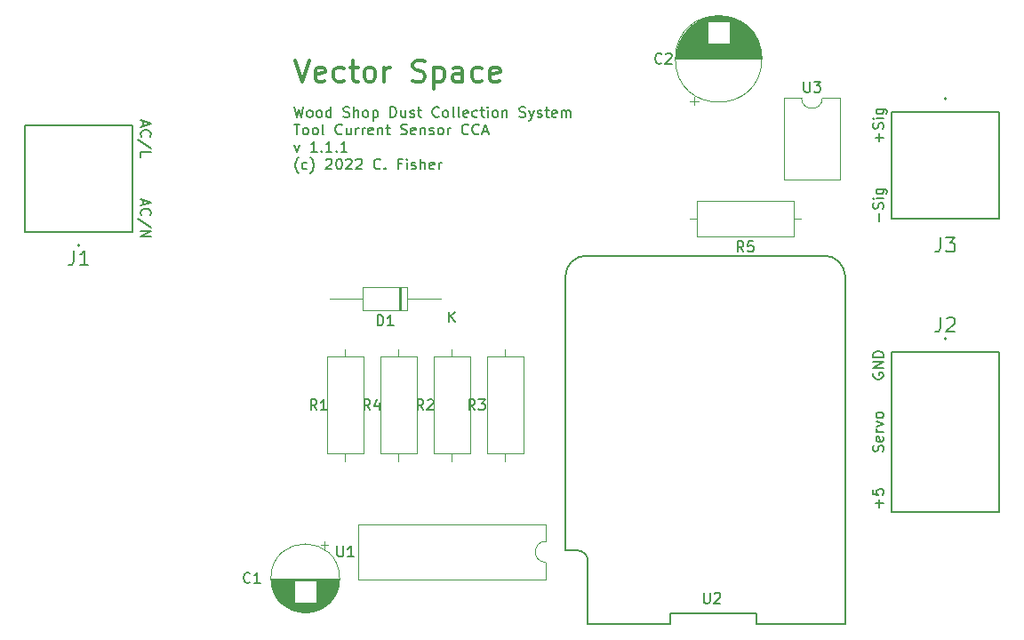
<source format=gbr>
%TF.GenerationSoftware,KiCad,Pcbnew,(5.1.10)-1*%
%TF.CreationDate,2022-05-21T15:35:01-04:00*%
%TF.ProjectId,Tool_Sensor,546f6f6c-5f53-4656-9e73-6f722e6b6963,rev?*%
%TF.SameCoordinates,Original*%
%TF.FileFunction,Legend,Top*%
%TF.FilePolarity,Positive*%
%FSLAX46Y46*%
G04 Gerber Fmt 4.6, Leading zero omitted, Abs format (unit mm)*
G04 Created by KiCad (PCBNEW (5.1.10)-1) date 2022-05-21 15:35:01*
%MOMM*%
%LPD*%
G01*
G04 APERTURE LIST*
%ADD10C,0.304800*%
%ADD11C,0.150000*%
%ADD12C,0.127000*%
%ADD13C,0.200000*%
%ADD14C,0.120000*%
G04 APERTURE END LIST*
D10*
X112050285Y-83977238D02*
X112727619Y-86009238D01*
X113404952Y-83977238D01*
X114856380Y-85912476D02*
X114662857Y-86009238D01*
X114275809Y-86009238D01*
X114082285Y-85912476D01*
X113985523Y-85718952D01*
X113985523Y-84944857D01*
X114082285Y-84751333D01*
X114275809Y-84654571D01*
X114662857Y-84654571D01*
X114856380Y-84751333D01*
X114953142Y-84944857D01*
X114953142Y-85138380D01*
X113985523Y-85331904D01*
X116694857Y-85912476D02*
X116501333Y-86009238D01*
X116114285Y-86009238D01*
X115920761Y-85912476D01*
X115824000Y-85815714D01*
X115727238Y-85622190D01*
X115727238Y-85041619D01*
X115824000Y-84848095D01*
X115920761Y-84751333D01*
X116114285Y-84654571D01*
X116501333Y-84654571D01*
X116694857Y-84751333D01*
X117275428Y-84654571D02*
X118049523Y-84654571D01*
X117565714Y-83977238D02*
X117565714Y-85718952D01*
X117662476Y-85912476D01*
X117856000Y-86009238D01*
X118049523Y-86009238D01*
X119017142Y-86009238D02*
X118823619Y-85912476D01*
X118726857Y-85815714D01*
X118630095Y-85622190D01*
X118630095Y-85041619D01*
X118726857Y-84848095D01*
X118823619Y-84751333D01*
X119017142Y-84654571D01*
X119307428Y-84654571D01*
X119500952Y-84751333D01*
X119597714Y-84848095D01*
X119694476Y-85041619D01*
X119694476Y-85622190D01*
X119597714Y-85815714D01*
X119500952Y-85912476D01*
X119307428Y-86009238D01*
X119017142Y-86009238D01*
X120565333Y-86009238D02*
X120565333Y-84654571D01*
X120565333Y-85041619D02*
X120662095Y-84848095D01*
X120758857Y-84751333D01*
X120952380Y-84654571D01*
X121145904Y-84654571D01*
X123274666Y-85912476D02*
X123564952Y-86009238D01*
X124048761Y-86009238D01*
X124242285Y-85912476D01*
X124339047Y-85815714D01*
X124435809Y-85622190D01*
X124435809Y-85428666D01*
X124339047Y-85235142D01*
X124242285Y-85138380D01*
X124048761Y-85041619D01*
X123661714Y-84944857D01*
X123468190Y-84848095D01*
X123371428Y-84751333D01*
X123274666Y-84557809D01*
X123274666Y-84364285D01*
X123371428Y-84170761D01*
X123468190Y-84074000D01*
X123661714Y-83977238D01*
X124145523Y-83977238D01*
X124435809Y-84074000D01*
X125306666Y-84654571D02*
X125306666Y-86686571D01*
X125306666Y-84751333D02*
X125500190Y-84654571D01*
X125887238Y-84654571D01*
X126080761Y-84751333D01*
X126177523Y-84848095D01*
X126274285Y-85041619D01*
X126274285Y-85622190D01*
X126177523Y-85815714D01*
X126080761Y-85912476D01*
X125887238Y-86009238D01*
X125500190Y-86009238D01*
X125306666Y-85912476D01*
X128016000Y-86009238D02*
X128016000Y-84944857D01*
X127919238Y-84751333D01*
X127725714Y-84654571D01*
X127338666Y-84654571D01*
X127145142Y-84751333D01*
X128016000Y-85912476D02*
X127822476Y-86009238D01*
X127338666Y-86009238D01*
X127145142Y-85912476D01*
X127048380Y-85718952D01*
X127048380Y-85525428D01*
X127145142Y-85331904D01*
X127338666Y-85235142D01*
X127822476Y-85235142D01*
X128016000Y-85138380D01*
X129854476Y-85912476D02*
X129660952Y-86009238D01*
X129273904Y-86009238D01*
X129080380Y-85912476D01*
X128983619Y-85815714D01*
X128886857Y-85622190D01*
X128886857Y-85041619D01*
X128983619Y-84848095D01*
X129080380Y-84751333D01*
X129273904Y-84654571D01*
X129660952Y-84654571D01*
X129854476Y-84751333D01*
X131499428Y-85912476D02*
X131305904Y-86009238D01*
X130918857Y-86009238D01*
X130725333Y-85912476D01*
X130628571Y-85718952D01*
X130628571Y-84944857D01*
X130725333Y-84751333D01*
X130918857Y-84654571D01*
X131305904Y-84654571D01*
X131499428Y-84751333D01*
X131596190Y-84944857D01*
X131596190Y-85138380D01*
X130628571Y-85331904D01*
D11*
X112000357Y-88417380D02*
X112238452Y-89417380D01*
X112428928Y-88703095D01*
X112619404Y-89417380D01*
X112857500Y-88417380D01*
X113381309Y-89417380D02*
X113286071Y-89369761D01*
X113238452Y-89322142D01*
X113190833Y-89226904D01*
X113190833Y-88941190D01*
X113238452Y-88845952D01*
X113286071Y-88798333D01*
X113381309Y-88750714D01*
X113524166Y-88750714D01*
X113619404Y-88798333D01*
X113667023Y-88845952D01*
X113714642Y-88941190D01*
X113714642Y-89226904D01*
X113667023Y-89322142D01*
X113619404Y-89369761D01*
X113524166Y-89417380D01*
X113381309Y-89417380D01*
X114286071Y-89417380D02*
X114190833Y-89369761D01*
X114143214Y-89322142D01*
X114095595Y-89226904D01*
X114095595Y-88941190D01*
X114143214Y-88845952D01*
X114190833Y-88798333D01*
X114286071Y-88750714D01*
X114428928Y-88750714D01*
X114524166Y-88798333D01*
X114571785Y-88845952D01*
X114619404Y-88941190D01*
X114619404Y-89226904D01*
X114571785Y-89322142D01*
X114524166Y-89369761D01*
X114428928Y-89417380D01*
X114286071Y-89417380D01*
X115476547Y-89417380D02*
X115476547Y-88417380D01*
X115476547Y-89369761D02*
X115381309Y-89417380D01*
X115190833Y-89417380D01*
X115095595Y-89369761D01*
X115047976Y-89322142D01*
X115000357Y-89226904D01*
X115000357Y-88941190D01*
X115047976Y-88845952D01*
X115095595Y-88798333D01*
X115190833Y-88750714D01*
X115381309Y-88750714D01*
X115476547Y-88798333D01*
X116667023Y-89369761D02*
X116809880Y-89417380D01*
X117047976Y-89417380D01*
X117143214Y-89369761D01*
X117190833Y-89322142D01*
X117238452Y-89226904D01*
X117238452Y-89131666D01*
X117190833Y-89036428D01*
X117143214Y-88988809D01*
X117047976Y-88941190D01*
X116857500Y-88893571D01*
X116762261Y-88845952D01*
X116714642Y-88798333D01*
X116667023Y-88703095D01*
X116667023Y-88607857D01*
X116714642Y-88512619D01*
X116762261Y-88465000D01*
X116857500Y-88417380D01*
X117095595Y-88417380D01*
X117238452Y-88465000D01*
X117667023Y-89417380D02*
X117667023Y-88417380D01*
X118095595Y-89417380D02*
X118095595Y-88893571D01*
X118047976Y-88798333D01*
X117952738Y-88750714D01*
X117809880Y-88750714D01*
X117714642Y-88798333D01*
X117667023Y-88845952D01*
X118714642Y-89417380D02*
X118619404Y-89369761D01*
X118571785Y-89322142D01*
X118524166Y-89226904D01*
X118524166Y-88941190D01*
X118571785Y-88845952D01*
X118619404Y-88798333D01*
X118714642Y-88750714D01*
X118857500Y-88750714D01*
X118952738Y-88798333D01*
X119000357Y-88845952D01*
X119047976Y-88941190D01*
X119047976Y-89226904D01*
X119000357Y-89322142D01*
X118952738Y-89369761D01*
X118857500Y-89417380D01*
X118714642Y-89417380D01*
X119476547Y-88750714D02*
X119476547Y-89750714D01*
X119476547Y-88798333D02*
X119571785Y-88750714D01*
X119762261Y-88750714D01*
X119857500Y-88798333D01*
X119905119Y-88845952D01*
X119952738Y-88941190D01*
X119952738Y-89226904D01*
X119905119Y-89322142D01*
X119857500Y-89369761D01*
X119762261Y-89417380D01*
X119571785Y-89417380D01*
X119476547Y-89369761D01*
X121143214Y-89417380D02*
X121143214Y-88417380D01*
X121381309Y-88417380D01*
X121524166Y-88465000D01*
X121619404Y-88560238D01*
X121667023Y-88655476D01*
X121714642Y-88845952D01*
X121714642Y-88988809D01*
X121667023Y-89179285D01*
X121619404Y-89274523D01*
X121524166Y-89369761D01*
X121381309Y-89417380D01*
X121143214Y-89417380D01*
X122571785Y-88750714D02*
X122571785Y-89417380D01*
X122143214Y-88750714D02*
X122143214Y-89274523D01*
X122190833Y-89369761D01*
X122286071Y-89417380D01*
X122428928Y-89417380D01*
X122524166Y-89369761D01*
X122571785Y-89322142D01*
X123000357Y-89369761D02*
X123095595Y-89417380D01*
X123286071Y-89417380D01*
X123381309Y-89369761D01*
X123428928Y-89274523D01*
X123428928Y-89226904D01*
X123381309Y-89131666D01*
X123286071Y-89084047D01*
X123143214Y-89084047D01*
X123047976Y-89036428D01*
X123000357Y-88941190D01*
X123000357Y-88893571D01*
X123047976Y-88798333D01*
X123143214Y-88750714D01*
X123286071Y-88750714D01*
X123381309Y-88798333D01*
X123714642Y-88750714D02*
X124095595Y-88750714D01*
X123857500Y-88417380D02*
X123857500Y-89274523D01*
X123905119Y-89369761D01*
X124000357Y-89417380D01*
X124095595Y-89417380D01*
X125762261Y-89322142D02*
X125714642Y-89369761D01*
X125571785Y-89417380D01*
X125476547Y-89417380D01*
X125333690Y-89369761D01*
X125238452Y-89274523D01*
X125190833Y-89179285D01*
X125143214Y-88988809D01*
X125143214Y-88845952D01*
X125190833Y-88655476D01*
X125238452Y-88560238D01*
X125333690Y-88465000D01*
X125476547Y-88417380D01*
X125571785Y-88417380D01*
X125714642Y-88465000D01*
X125762261Y-88512619D01*
X126333690Y-89417380D02*
X126238452Y-89369761D01*
X126190833Y-89322142D01*
X126143214Y-89226904D01*
X126143214Y-88941190D01*
X126190833Y-88845952D01*
X126238452Y-88798333D01*
X126333690Y-88750714D01*
X126476547Y-88750714D01*
X126571785Y-88798333D01*
X126619404Y-88845952D01*
X126667023Y-88941190D01*
X126667023Y-89226904D01*
X126619404Y-89322142D01*
X126571785Y-89369761D01*
X126476547Y-89417380D01*
X126333690Y-89417380D01*
X127238452Y-89417380D02*
X127143214Y-89369761D01*
X127095595Y-89274523D01*
X127095595Y-88417380D01*
X127762261Y-89417380D02*
X127667023Y-89369761D01*
X127619404Y-89274523D01*
X127619404Y-88417380D01*
X128524166Y-89369761D02*
X128428928Y-89417380D01*
X128238452Y-89417380D01*
X128143214Y-89369761D01*
X128095595Y-89274523D01*
X128095595Y-88893571D01*
X128143214Y-88798333D01*
X128238452Y-88750714D01*
X128428928Y-88750714D01*
X128524166Y-88798333D01*
X128571785Y-88893571D01*
X128571785Y-88988809D01*
X128095595Y-89084047D01*
X129428928Y-89369761D02*
X129333690Y-89417380D01*
X129143214Y-89417380D01*
X129047976Y-89369761D01*
X129000357Y-89322142D01*
X128952738Y-89226904D01*
X128952738Y-88941190D01*
X129000357Y-88845952D01*
X129047976Y-88798333D01*
X129143214Y-88750714D01*
X129333690Y-88750714D01*
X129428928Y-88798333D01*
X129714642Y-88750714D02*
X130095595Y-88750714D01*
X129857500Y-88417380D02*
X129857500Y-89274523D01*
X129905119Y-89369761D01*
X130000357Y-89417380D01*
X130095595Y-89417380D01*
X130428928Y-89417380D02*
X130428928Y-88750714D01*
X130428928Y-88417380D02*
X130381309Y-88465000D01*
X130428928Y-88512619D01*
X130476547Y-88465000D01*
X130428928Y-88417380D01*
X130428928Y-88512619D01*
X131047976Y-89417380D02*
X130952738Y-89369761D01*
X130905119Y-89322142D01*
X130857500Y-89226904D01*
X130857500Y-88941190D01*
X130905119Y-88845952D01*
X130952738Y-88798333D01*
X131047976Y-88750714D01*
X131190833Y-88750714D01*
X131286071Y-88798333D01*
X131333690Y-88845952D01*
X131381309Y-88941190D01*
X131381309Y-89226904D01*
X131333690Y-89322142D01*
X131286071Y-89369761D01*
X131190833Y-89417380D01*
X131047976Y-89417380D01*
X131809880Y-88750714D02*
X131809880Y-89417380D01*
X131809880Y-88845952D02*
X131857500Y-88798333D01*
X131952738Y-88750714D01*
X132095595Y-88750714D01*
X132190833Y-88798333D01*
X132238452Y-88893571D01*
X132238452Y-89417380D01*
X133428928Y-89369761D02*
X133571785Y-89417380D01*
X133809880Y-89417380D01*
X133905119Y-89369761D01*
X133952738Y-89322142D01*
X134000357Y-89226904D01*
X134000357Y-89131666D01*
X133952738Y-89036428D01*
X133905119Y-88988809D01*
X133809880Y-88941190D01*
X133619404Y-88893571D01*
X133524166Y-88845952D01*
X133476547Y-88798333D01*
X133428928Y-88703095D01*
X133428928Y-88607857D01*
X133476547Y-88512619D01*
X133524166Y-88465000D01*
X133619404Y-88417380D01*
X133857500Y-88417380D01*
X134000357Y-88465000D01*
X134333690Y-88750714D02*
X134571785Y-89417380D01*
X134809880Y-88750714D02*
X134571785Y-89417380D01*
X134476547Y-89655476D01*
X134428928Y-89703095D01*
X134333690Y-89750714D01*
X135143214Y-89369761D02*
X135238452Y-89417380D01*
X135428928Y-89417380D01*
X135524166Y-89369761D01*
X135571785Y-89274523D01*
X135571785Y-89226904D01*
X135524166Y-89131666D01*
X135428928Y-89084047D01*
X135286071Y-89084047D01*
X135190833Y-89036428D01*
X135143214Y-88941190D01*
X135143214Y-88893571D01*
X135190833Y-88798333D01*
X135286071Y-88750714D01*
X135428928Y-88750714D01*
X135524166Y-88798333D01*
X135857500Y-88750714D02*
X136238452Y-88750714D01*
X136000357Y-88417380D02*
X136000357Y-89274523D01*
X136047976Y-89369761D01*
X136143214Y-89417380D01*
X136238452Y-89417380D01*
X136952738Y-89369761D02*
X136857500Y-89417380D01*
X136667023Y-89417380D01*
X136571785Y-89369761D01*
X136524166Y-89274523D01*
X136524166Y-88893571D01*
X136571785Y-88798333D01*
X136667023Y-88750714D01*
X136857500Y-88750714D01*
X136952738Y-88798333D01*
X137000357Y-88893571D01*
X137000357Y-88988809D01*
X136524166Y-89084047D01*
X137428928Y-89417380D02*
X137428928Y-88750714D01*
X137428928Y-88845952D02*
X137476547Y-88798333D01*
X137571785Y-88750714D01*
X137714642Y-88750714D01*
X137809880Y-88798333D01*
X137857500Y-88893571D01*
X137857500Y-89417380D01*
X137857500Y-88893571D02*
X137905119Y-88798333D01*
X138000357Y-88750714D01*
X138143214Y-88750714D01*
X138238452Y-88798333D01*
X138286071Y-88893571D01*
X138286071Y-89417380D01*
X111952738Y-90067380D02*
X112524166Y-90067380D01*
X112238452Y-91067380D02*
X112238452Y-90067380D01*
X113000357Y-91067380D02*
X112905119Y-91019761D01*
X112857500Y-90972142D01*
X112809880Y-90876904D01*
X112809880Y-90591190D01*
X112857500Y-90495952D01*
X112905119Y-90448333D01*
X113000357Y-90400714D01*
X113143214Y-90400714D01*
X113238452Y-90448333D01*
X113286071Y-90495952D01*
X113333690Y-90591190D01*
X113333690Y-90876904D01*
X113286071Y-90972142D01*
X113238452Y-91019761D01*
X113143214Y-91067380D01*
X113000357Y-91067380D01*
X113905119Y-91067380D02*
X113809880Y-91019761D01*
X113762261Y-90972142D01*
X113714642Y-90876904D01*
X113714642Y-90591190D01*
X113762261Y-90495952D01*
X113809880Y-90448333D01*
X113905119Y-90400714D01*
X114047976Y-90400714D01*
X114143214Y-90448333D01*
X114190833Y-90495952D01*
X114238452Y-90591190D01*
X114238452Y-90876904D01*
X114190833Y-90972142D01*
X114143214Y-91019761D01*
X114047976Y-91067380D01*
X113905119Y-91067380D01*
X114809880Y-91067380D02*
X114714642Y-91019761D01*
X114667023Y-90924523D01*
X114667023Y-90067380D01*
X116524166Y-90972142D02*
X116476547Y-91019761D01*
X116333690Y-91067380D01*
X116238452Y-91067380D01*
X116095595Y-91019761D01*
X116000357Y-90924523D01*
X115952738Y-90829285D01*
X115905119Y-90638809D01*
X115905119Y-90495952D01*
X115952738Y-90305476D01*
X116000357Y-90210238D01*
X116095595Y-90115000D01*
X116238452Y-90067380D01*
X116333690Y-90067380D01*
X116476547Y-90115000D01*
X116524166Y-90162619D01*
X117381309Y-90400714D02*
X117381309Y-91067380D01*
X116952738Y-90400714D02*
X116952738Y-90924523D01*
X117000357Y-91019761D01*
X117095595Y-91067380D01*
X117238452Y-91067380D01*
X117333690Y-91019761D01*
X117381309Y-90972142D01*
X117857500Y-91067380D02*
X117857500Y-90400714D01*
X117857500Y-90591190D02*
X117905119Y-90495952D01*
X117952738Y-90448333D01*
X118047976Y-90400714D01*
X118143214Y-90400714D01*
X118476547Y-91067380D02*
X118476547Y-90400714D01*
X118476547Y-90591190D02*
X118524166Y-90495952D01*
X118571785Y-90448333D01*
X118667023Y-90400714D01*
X118762261Y-90400714D01*
X119476547Y-91019761D02*
X119381309Y-91067380D01*
X119190833Y-91067380D01*
X119095595Y-91019761D01*
X119047976Y-90924523D01*
X119047976Y-90543571D01*
X119095595Y-90448333D01*
X119190833Y-90400714D01*
X119381309Y-90400714D01*
X119476547Y-90448333D01*
X119524166Y-90543571D01*
X119524166Y-90638809D01*
X119047976Y-90734047D01*
X119952738Y-90400714D02*
X119952738Y-91067380D01*
X119952738Y-90495952D02*
X120000357Y-90448333D01*
X120095595Y-90400714D01*
X120238452Y-90400714D01*
X120333690Y-90448333D01*
X120381309Y-90543571D01*
X120381309Y-91067380D01*
X120714642Y-90400714D02*
X121095595Y-90400714D01*
X120857500Y-90067380D02*
X120857500Y-90924523D01*
X120905119Y-91019761D01*
X121000357Y-91067380D01*
X121095595Y-91067380D01*
X122143214Y-91019761D02*
X122286071Y-91067380D01*
X122524166Y-91067380D01*
X122619404Y-91019761D01*
X122667023Y-90972142D01*
X122714642Y-90876904D01*
X122714642Y-90781666D01*
X122667023Y-90686428D01*
X122619404Y-90638809D01*
X122524166Y-90591190D01*
X122333690Y-90543571D01*
X122238452Y-90495952D01*
X122190833Y-90448333D01*
X122143214Y-90353095D01*
X122143214Y-90257857D01*
X122190833Y-90162619D01*
X122238452Y-90115000D01*
X122333690Y-90067380D01*
X122571785Y-90067380D01*
X122714642Y-90115000D01*
X123524166Y-91019761D02*
X123428928Y-91067380D01*
X123238452Y-91067380D01*
X123143214Y-91019761D01*
X123095595Y-90924523D01*
X123095595Y-90543571D01*
X123143214Y-90448333D01*
X123238452Y-90400714D01*
X123428928Y-90400714D01*
X123524166Y-90448333D01*
X123571785Y-90543571D01*
X123571785Y-90638809D01*
X123095595Y-90734047D01*
X124000357Y-90400714D02*
X124000357Y-91067380D01*
X124000357Y-90495952D02*
X124047976Y-90448333D01*
X124143214Y-90400714D01*
X124286071Y-90400714D01*
X124381309Y-90448333D01*
X124428928Y-90543571D01*
X124428928Y-91067380D01*
X124857500Y-91019761D02*
X124952738Y-91067380D01*
X125143214Y-91067380D01*
X125238452Y-91019761D01*
X125286071Y-90924523D01*
X125286071Y-90876904D01*
X125238452Y-90781666D01*
X125143214Y-90734047D01*
X125000357Y-90734047D01*
X124905119Y-90686428D01*
X124857500Y-90591190D01*
X124857500Y-90543571D01*
X124905119Y-90448333D01*
X125000357Y-90400714D01*
X125143214Y-90400714D01*
X125238452Y-90448333D01*
X125857500Y-91067380D02*
X125762261Y-91019761D01*
X125714642Y-90972142D01*
X125667023Y-90876904D01*
X125667023Y-90591190D01*
X125714642Y-90495952D01*
X125762261Y-90448333D01*
X125857500Y-90400714D01*
X126000357Y-90400714D01*
X126095595Y-90448333D01*
X126143214Y-90495952D01*
X126190833Y-90591190D01*
X126190833Y-90876904D01*
X126143214Y-90972142D01*
X126095595Y-91019761D01*
X126000357Y-91067380D01*
X125857500Y-91067380D01*
X126619404Y-91067380D02*
X126619404Y-90400714D01*
X126619404Y-90591190D02*
X126667023Y-90495952D01*
X126714642Y-90448333D01*
X126809880Y-90400714D01*
X126905119Y-90400714D01*
X128571785Y-90972142D02*
X128524166Y-91019761D01*
X128381309Y-91067380D01*
X128286071Y-91067380D01*
X128143214Y-91019761D01*
X128047976Y-90924523D01*
X128000357Y-90829285D01*
X127952738Y-90638809D01*
X127952738Y-90495952D01*
X128000357Y-90305476D01*
X128047976Y-90210238D01*
X128143214Y-90115000D01*
X128286071Y-90067380D01*
X128381309Y-90067380D01*
X128524166Y-90115000D01*
X128571785Y-90162619D01*
X129571785Y-90972142D02*
X129524166Y-91019761D01*
X129381309Y-91067380D01*
X129286071Y-91067380D01*
X129143214Y-91019761D01*
X129047976Y-90924523D01*
X129000357Y-90829285D01*
X128952738Y-90638809D01*
X128952738Y-90495952D01*
X129000357Y-90305476D01*
X129047976Y-90210238D01*
X129143214Y-90115000D01*
X129286071Y-90067380D01*
X129381309Y-90067380D01*
X129524166Y-90115000D01*
X129571785Y-90162619D01*
X129952738Y-90781666D02*
X130428928Y-90781666D01*
X129857500Y-91067380D02*
X130190833Y-90067380D01*
X130524166Y-91067380D01*
X112000357Y-92050714D02*
X112238452Y-92717380D01*
X112476547Y-92050714D01*
X114143214Y-92717380D02*
X113571785Y-92717380D01*
X113857500Y-92717380D02*
X113857500Y-91717380D01*
X113762261Y-91860238D01*
X113667023Y-91955476D01*
X113571785Y-92003095D01*
X114571785Y-92622142D02*
X114619404Y-92669761D01*
X114571785Y-92717380D01*
X114524166Y-92669761D01*
X114571785Y-92622142D01*
X114571785Y-92717380D01*
X115571785Y-92717380D02*
X115000357Y-92717380D01*
X115286071Y-92717380D02*
X115286071Y-91717380D01*
X115190833Y-91860238D01*
X115095595Y-91955476D01*
X115000357Y-92003095D01*
X116000357Y-92622142D02*
X116047976Y-92669761D01*
X116000357Y-92717380D01*
X115952738Y-92669761D01*
X116000357Y-92622142D01*
X116000357Y-92717380D01*
X117000357Y-92717380D02*
X116428928Y-92717380D01*
X116714642Y-92717380D02*
X116714642Y-91717380D01*
X116619404Y-91860238D01*
X116524166Y-91955476D01*
X116428928Y-92003095D01*
X112381309Y-94748333D02*
X112333690Y-94700714D01*
X112238452Y-94557857D01*
X112190833Y-94462619D01*
X112143214Y-94319761D01*
X112095595Y-94081666D01*
X112095595Y-93891190D01*
X112143214Y-93653095D01*
X112190833Y-93510238D01*
X112238452Y-93415000D01*
X112333690Y-93272142D01*
X112381309Y-93224523D01*
X113190833Y-94319761D02*
X113095595Y-94367380D01*
X112905119Y-94367380D01*
X112809880Y-94319761D01*
X112762261Y-94272142D01*
X112714642Y-94176904D01*
X112714642Y-93891190D01*
X112762261Y-93795952D01*
X112809880Y-93748333D01*
X112905119Y-93700714D01*
X113095595Y-93700714D01*
X113190833Y-93748333D01*
X113524166Y-94748333D02*
X113571785Y-94700714D01*
X113667023Y-94557857D01*
X113714642Y-94462619D01*
X113762261Y-94319761D01*
X113809880Y-94081666D01*
X113809880Y-93891190D01*
X113762261Y-93653095D01*
X113714642Y-93510238D01*
X113667023Y-93415000D01*
X113571785Y-93272142D01*
X113524166Y-93224523D01*
X115000357Y-93462619D02*
X115047976Y-93415000D01*
X115143214Y-93367380D01*
X115381309Y-93367380D01*
X115476547Y-93415000D01*
X115524166Y-93462619D01*
X115571785Y-93557857D01*
X115571785Y-93653095D01*
X115524166Y-93795952D01*
X114952738Y-94367380D01*
X115571785Y-94367380D01*
X116190833Y-93367380D02*
X116286071Y-93367380D01*
X116381309Y-93415000D01*
X116428928Y-93462619D01*
X116476547Y-93557857D01*
X116524166Y-93748333D01*
X116524166Y-93986428D01*
X116476547Y-94176904D01*
X116428928Y-94272142D01*
X116381309Y-94319761D01*
X116286071Y-94367380D01*
X116190833Y-94367380D01*
X116095595Y-94319761D01*
X116047976Y-94272142D01*
X116000357Y-94176904D01*
X115952738Y-93986428D01*
X115952738Y-93748333D01*
X116000357Y-93557857D01*
X116047976Y-93462619D01*
X116095595Y-93415000D01*
X116190833Y-93367380D01*
X116905119Y-93462619D02*
X116952738Y-93415000D01*
X117047976Y-93367380D01*
X117286071Y-93367380D01*
X117381309Y-93415000D01*
X117428928Y-93462619D01*
X117476547Y-93557857D01*
X117476547Y-93653095D01*
X117428928Y-93795952D01*
X116857500Y-94367380D01*
X117476547Y-94367380D01*
X117857500Y-93462619D02*
X117905119Y-93415000D01*
X118000357Y-93367380D01*
X118238452Y-93367380D01*
X118333690Y-93415000D01*
X118381309Y-93462619D01*
X118428928Y-93557857D01*
X118428928Y-93653095D01*
X118381309Y-93795952D01*
X117809880Y-94367380D01*
X118428928Y-94367380D01*
X120190833Y-94272142D02*
X120143214Y-94319761D01*
X120000357Y-94367380D01*
X119905119Y-94367380D01*
X119762261Y-94319761D01*
X119667023Y-94224523D01*
X119619404Y-94129285D01*
X119571785Y-93938809D01*
X119571785Y-93795952D01*
X119619404Y-93605476D01*
X119667023Y-93510238D01*
X119762261Y-93415000D01*
X119905119Y-93367380D01*
X120000357Y-93367380D01*
X120143214Y-93415000D01*
X120190833Y-93462619D01*
X120619404Y-94272142D02*
X120667023Y-94319761D01*
X120619404Y-94367380D01*
X120571785Y-94319761D01*
X120619404Y-94272142D01*
X120619404Y-94367380D01*
X122190833Y-93843571D02*
X121857500Y-93843571D01*
X121857500Y-94367380D02*
X121857500Y-93367380D01*
X122333690Y-93367380D01*
X122714642Y-94367380D02*
X122714642Y-93700714D01*
X122714642Y-93367380D02*
X122667023Y-93415000D01*
X122714642Y-93462619D01*
X122762261Y-93415000D01*
X122714642Y-93367380D01*
X122714642Y-93462619D01*
X123143214Y-94319761D02*
X123238452Y-94367380D01*
X123428928Y-94367380D01*
X123524166Y-94319761D01*
X123571785Y-94224523D01*
X123571785Y-94176904D01*
X123524166Y-94081666D01*
X123428928Y-94034047D01*
X123286071Y-94034047D01*
X123190833Y-93986428D01*
X123143214Y-93891190D01*
X123143214Y-93843571D01*
X123190833Y-93748333D01*
X123286071Y-93700714D01*
X123428928Y-93700714D01*
X123524166Y-93748333D01*
X124000357Y-94367380D02*
X124000357Y-93367380D01*
X124428928Y-94367380D02*
X124428928Y-93843571D01*
X124381309Y-93748333D01*
X124286071Y-93700714D01*
X124143214Y-93700714D01*
X124047976Y-93748333D01*
X124000357Y-93795952D01*
X125286071Y-94319761D02*
X125190833Y-94367380D01*
X125000357Y-94367380D01*
X124905119Y-94319761D01*
X124857500Y-94224523D01*
X124857500Y-93843571D01*
X124905119Y-93748333D01*
X125000357Y-93700714D01*
X125190833Y-93700714D01*
X125286071Y-93748333D01*
X125333690Y-93843571D01*
X125333690Y-93938809D01*
X124857500Y-94034047D01*
X125762261Y-94367380D02*
X125762261Y-93700714D01*
X125762261Y-93891190D02*
X125809880Y-93795952D01*
X125857500Y-93748333D01*
X125952738Y-93700714D01*
X126047976Y-93700714D01*
X97623333Y-89773333D02*
X97623333Y-90249523D01*
X97337619Y-89678095D02*
X98337619Y-90011428D01*
X97337619Y-90344761D01*
X97432857Y-91249523D02*
X97385238Y-91201904D01*
X97337619Y-91059047D01*
X97337619Y-90963809D01*
X97385238Y-90820952D01*
X97480476Y-90725714D01*
X97575714Y-90678095D01*
X97766190Y-90630476D01*
X97909047Y-90630476D01*
X98099523Y-90678095D01*
X98194761Y-90725714D01*
X98290000Y-90820952D01*
X98337619Y-90963809D01*
X98337619Y-91059047D01*
X98290000Y-91201904D01*
X98242380Y-91249523D01*
X98385238Y-92392380D02*
X97099523Y-91535238D01*
X97337619Y-93201904D02*
X97337619Y-92725714D01*
X98337619Y-92725714D01*
X97623333Y-97274285D02*
X97623333Y-97750476D01*
X97337619Y-97179047D02*
X98337619Y-97512380D01*
X97337619Y-97845714D01*
X97432857Y-98750476D02*
X97385238Y-98702857D01*
X97337619Y-98560000D01*
X97337619Y-98464761D01*
X97385238Y-98321904D01*
X97480476Y-98226666D01*
X97575714Y-98179047D01*
X97766190Y-98131428D01*
X97909047Y-98131428D01*
X98099523Y-98179047D01*
X98194761Y-98226666D01*
X98290000Y-98321904D01*
X98337619Y-98464761D01*
X98337619Y-98560000D01*
X98290000Y-98702857D01*
X98242380Y-98750476D01*
X98385238Y-99893333D02*
X97099523Y-99036190D01*
X97337619Y-100226666D02*
X98337619Y-100226666D01*
X97337619Y-100798095D01*
X98337619Y-100798095D01*
X167711428Y-91717619D02*
X167711428Y-90955714D01*
X168092380Y-91336666D02*
X167330476Y-91336666D01*
X168044761Y-90527142D02*
X168092380Y-90384285D01*
X168092380Y-90146190D01*
X168044761Y-90050952D01*
X167997142Y-90003333D01*
X167901904Y-89955714D01*
X167806666Y-89955714D01*
X167711428Y-90003333D01*
X167663809Y-90050952D01*
X167616190Y-90146190D01*
X167568571Y-90336666D01*
X167520952Y-90431904D01*
X167473333Y-90479523D01*
X167378095Y-90527142D01*
X167282857Y-90527142D01*
X167187619Y-90479523D01*
X167140000Y-90431904D01*
X167092380Y-90336666D01*
X167092380Y-90098571D01*
X167140000Y-89955714D01*
X168092380Y-89527142D02*
X167425714Y-89527142D01*
X167092380Y-89527142D02*
X167140000Y-89574761D01*
X167187619Y-89527142D01*
X167140000Y-89479523D01*
X167092380Y-89527142D01*
X167187619Y-89527142D01*
X167425714Y-88622380D02*
X168235238Y-88622380D01*
X168330476Y-88670000D01*
X168378095Y-88717619D01*
X168425714Y-88812857D01*
X168425714Y-88955714D01*
X168378095Y-89050952D01*
X168044761Y-88622380D02*
X168092380Y-88717619D01*
X168092380Y-88908095D01*
X168044761Y-89003333D01*
X167997142Y-89050952D01*
X167901904Y-89098571D01*
X167616190Y-89098571D01*
X167520952Y-89050952D01*
X167473333Y-89003333D01*
X167425714Y-88908095D01*
X167425714Y-88717619D01*
X167473333Y-88622380D01*
X167711428Y-99337619D02*
X167711428Y-98575714D01*
X168044761Y-98147142D02*
X168092380Y-98004285D01*
X168092380Y-97766190D01*
X168044761Y-97670952D01*
X167997142Y-97623333D01*
X167901904Y-97575714D01*
X167806666Y-97575714D01*
X167711428Y-97623333D01*
X167663809Y-97670952D01*
X167616190Y-97766190D01*
X167568571Y-97956666D01*
X167520952Y-98051904D01*
X167473333Y-98099523D01*
X167378095Y-98147142D01*
X167282857Y-98147142D01*
X167187619Y-98099523D01*
X167140000Y-98051904D01*
X167092380Y-97956666D01*
X167092380Y-97718571D01*
X167140000Y-97575714D01*
X168092380Y-97147142D02*
X167425714Y-97147142D01*
X167092380Y-97147142D02*
X167140000Y-97194761D01*
X167187619Y-97147142D01*
X167140000Y-97099523D01*
X167092380Y-97147142D01*
X167187619Y-97147142D01*
X167425714Y-96242380D02*
X168235238Y-96242380D01*
X168330476Y-96290000D01*
X168378095Y-96337619D01*
X168425714Y-96432857D01*
X168425714Y-96575714D01*
X168378095Y-96670952D01*
X168044761Y-96242380D02*
X168092380Y-96337619D01*
X168092380Y-96528095D01*
X168044761Y-96623333D01*
X167997142Y-96670952D01*
X167901904Y-96718571D01*
X167616190Y-96718571D01*
X167520952Y-96670952D01*
X167473333Y-96623333D01*
X167425714Y-96528095D01*
X167425714Y-96337619D01*
X167473333Y-96242380D01*
X167140000Y-113791904D02*
X167092380Y-113887142D01*
X167092380Y-114030000D01*
X167140000Y-114172857D01*
X167235238Y-114268095D01*
X167330476Y-114315714D01*
X167520952Y-114363333D01*
X167663809Y-114363333D01*
X167854285Y-114315714D01*
X167949523Y-114268095D01*
X168044761Y-114172857D01*
X168092380Y-114030000D01*
X168092380Y-113934761D01*
X168044761Y-113791904D01*
X167997142Y-113744285D01*
X167663809Y-113744285D01*
X167663809Y-113934761D01*
X168092380Y-113315714D02*
X167092380Y-113315714D01*
X168092380Y-112744285D01*
X167092380Y-112744285D01*
X168092380Y-112268095D02*
X167092380Y-112268095D01*
X167092380Y-112030000D01*
X167140000Y-111887142D01*
X167235238Y-111791904D01*
X167330476Y-111744285D01*
X167520952Y-111696666D01*
X167663809Y-111696666D01*
X167854285Y-111744285D01*
X167949523Y-111791904D01*
X168044761Y-111887142D01*
X168092380Y-112030000D01*
X168092380Y-112268095D01*
X168044761Y-121237142D02*
X168092380Y-121094285D01*
X168092380Y-120856190D01*
X168044761Y-120760952D01*
X167997142Y-120713333D01*
X167901904Y-120665714D01*
X167806666Y-120665714D01*
X167711428Y-120713333D01*
X167663809Y-120760952D01*
X167616190Y-120856190D01*
X167568571Y-121046666D01*
X167520952Y-121141904D01*
X167473333Y-121189523D01*
X167378095Y-121237142D01*
X167282857Y-121237142D01*
X167187619Y-121189523D01*
X167140000Y-121141904D01*
X167092380Y-121046666D01*
X167092380Y-120808571D01*
X167140000Y-120665714D01*
X168044761Y-119856190D02*
X168092380Y-119951428D01*
X168092380Y-120141904D01*
X168044761Y-120237142D01*
X167949523Y-120284761D01*
X167568571Y-120284761D01*
X167473333Y-120237142D01*
X167425714Y-120141904D01*
X167425714Y-119951428D01*
X167473333Y-119856190D01*
X167568571Y-119808571D01*
X167663809Y-119808571D01*
X167759047Y-120284761D01*
X168092380Y-119380000D02*
X167425714Y-119380000D01*
X167616190Y-119380000D02*
X167520952Y-119332380D01*
X167473333Y-119284761D01*
X167425714Y-119189523D01*
X167425714Y-119094285D01*
X167425714Y-118856190D02*
X168092380Y-118618095D01*
X167425714Y-118380000D01*
X168092380Y-117856190D02*
X168044761Y-117951428D01*
X167997142Y-117999047D01*
X167901904Y-118046666D01*
X167616190Y-118046666D01*
X167520952Y-117999047D01*
X167473333Y-117951428D01*
X167425714Y-117856190D01*
X167425714Y-117713333D01*
X167473333Y-117618095D01*
X167520952Y-117570476D01*
X167616190Y-117522857D01*
X167901904Y-117522857D01*
X167997142Y-117570476D01*
X168044761Y-117618095D01*
X168092380Y-117713333D01*
X168092380Y-117856190D01*
X167711428Y-126587142D02*
X167711428Y-125825238D01*
X168092380Y-126206190D02*
X167330476Y-126206190D01*
X167092380Y-124872857D02*
X167092380Y-125349047D01*
X167568571Y-125396666D01*
X167520952Y-125349047D01*
X167473333Y-125253809D01*
X167473333Y-125015714D01*
X167520952Y-124920476D01*
X167568571Y-124872857D01*
X167663809Y-124825238D01*
X167901904Y-124825238D01*
X167997142Y-124872857D01*
X168044761Y-124920476D01*
X168092380Y-125015714D01*
X168092380Y-125253809D01*
X168044761Y-125349047D01*
X167997142Y-125396666D01*
D12*
%TO.C,J1*%
X96540000Y-100330000D02*
X86340000Y-100330000D01*
X86340000Y-90170000D02*
X96540000Y-90170000D01*
X86340000Y-100330000D02*
X86340000Y-90170000D01*
X96540000Y-90170000D02*
X96540000Y-100330000D01*
D13*
X91540000Y-101600000D02*
G75*
G03*
X91540000Y-101600000I-100000J0D01*
G01*
%TO.C,J2*%
X174090000Y-110490000D02*
G75*
G03*
X174090000Y-110490000I-100000J0D01*
G01*
D12*
X168890000Y-127000000D02*
X168890000Y-111760000D01*
X179090000Y-111760000D02*
X179090000Y-127000000D01*
X179090000Y-127000000D02*
X168890000Y-127000000D01*
X168890000Y-111760000D02*
X179090000Y-111760000D01*
D13*
%TO.C,J3*%
X174090000Y-87630000D02*
G75*
G03*
X174090000Y-87630000I-100000J0D01*
G01*
D12*
X168890000Y-99060000D02*
X168890000Y-88900000D01*
X179090000Y-88900000D02*
X179090000Y-99060000D01*
X179090000Y-99060000D02*
X168890000Y-99060000D01*
X168890000Y-88900000D02*
X179090000Y-88900000D01*
D14*
%TO.C,U3*%
X163940000Y-87570000D02*
X162290000Y-87570000D01*
X163940000Y-95310000D02*
X163940000Y-87570000D01*
X158640000Y-95310000D02*
X163940000Y-95310000D01*
X158640000Y-87570000D02*
X158640000Y-95310000D01*
X160290000Y-87570000D02*
X158640000Y-87570000D01*
X162290000Y-87570000D02*
G75*
G02*
X160290000Y-87570000I-1000000J0D01*
G01*
%TO.C,C2*%
X149685000Y-87869698D02*
X150485000Y-87869698D01*
X150085000Y-88269698D02*
X150085000Y-87469698D01*
X151867000Y-79779000D02*
X152933000Y-79779000D01*
X151632000Y-79819000D02*
X153168000Y-79819000D01*
X151452000Y-79859000D02*
X153348000Y-79859000D01*
X151302000Y-79899000D02*
X153498000Y-79899000D01*
X151171000Y-79939000D02*
X153629000Y-79939000D01*
X151054000Y-79979000D02*
X153746000Y-79979000D01*
X150947000Y-80019000D02*
X153853000Y-80019000D01*
X150848000Y-80059000D02*
X153952000Y-80059000D01*
X150755000Y-80099000D02*
X154045000Y-80099000D01*
X150669000Y-80139000D02*
X154131000Y-80139000D01*
X150587000Y-80179000D02*
X154213000Y-80179000D01*
X150510000Y-80219000D02*
X154290000Y-80219000D01*
X150436000Y-80259000D02*
X154364000Y-80259000D01*
X150366000Y-80299000D02*
X154434000Y-80299000D01*
X153440000Y-80339000D02*
X154502000Y-80339000D01*
X150298000Y-80339000D02*
X151360000Y-80339000D01*
X153440000Y-80379000D02*
X154566000Y-80379000D01*
X150234000Y-80379000D02*
X151360000Y-80379000D01*
X153440000Y-80419000D02*
X154628000Y-80419000D01*
X150172000Y-80419000D02*
X151360000Y-80419000D01*
X153440000Y-80459000D02*
X154687000Y-80459000D01*
X150113000Y-80459000D02*
X151360000Y-80459000D01*
X153440000Y-80499000D02*
X154745000Y-80499000D01*
X150055000Y-80499000D02*
X151360000Y-80499000D01*
X153440000Y-80539000D02*
X154800000Y-80539000D01*
X150000000Y-80539000D02*
X151360000Y-80539000D01*
X153440000Y-80579000D02*
X154854000Y-80579000D01*
X149946000Y-80579000D02*
X151360000Y-80579000D01*
X153440000Y-80619000D02*
X154905000Y-80619000D01*
X149895000Y-80619000D02*
X151360000Y-80619000D01*
X153440000Y-80659000D02*
X154956000Y-80659000D01*
X149844000Y-80659000D02*
X151360000Y-80659000D01*
X153440000Y-80699000D02*
X155004000Y-80699000D01*
X149796000Y-80699000D02*
X151360000Y-80699000D01*
X153440000Y-80739000D02*
X155051000Y-80739000D01*
X149749000Y-80739000D02*
X151360000Y-80739000D01*
X153440000Y-80779000D02*
X155097000Y-80779000D01*
X149703000Y-80779000D02*
X151360000Y-80779000D01*
X153440000Y-80819000D02*
X155141000Y-80819000D01*
X149659000Y-80819000D02*
X151360000Y-80819000D01*
X153440000Y-80859000D02*
X155184000Y-80859000D01*
X149616000Y-80859000D02*
X151360000Y-80859000D01*
X153440000Y-80899000D02*
X155226000Y-80899000D01*
X149574000Y-80899000D02*
X151360000Y-80899000D01*
X153440000Y-80939000D02*
X155267000Y-80939000D01*
X149533000Y-80939000D02*
X151360000Y-80939000D01*
X153440000Y-80979000D02*
X155307000Y-80979000D01*
X149493000Y-80979000D02*
X151360000Y-80979000D01*
X153440000Y-81019000D02*
X155345000Y-81019000D01*
X149455000Y-81019000D02*
X151360000Y-81019000D01*
X153440000Y-81059000D02*
X155383000Y-81059000D01*
X149417000Y-81059000D02*
X151360000Y-81059000D01*
X153440000Y-81099000D02*
X155419000Y-81099000D01*
X149381000Y-81099000D02*
X151360000Y-81099000D01*
X153440000Y-81139000D02*
X155455000Y-81139000D01*
X149345000Y-81139000D02*
X151360000Y-81139000D01*
X153440000Y-81179000D02*
X155490000Y-81179000D01*
X149310000Y-81179000D02*
X151360000Y-81179000D01*
X153440000Y-81219000D02*
X155524000Y-81219000D01*
X149276000Y-81219000D02*
X151360000Y-81219000D01*
X153440000Y-81259000D02*
X155556000Y-81259000D01*
X149244000Y-81259000D02*
X151360000Y-81259000D01*
X153440000Y-81299000D02*
X155589000Y-81299000D01*
X149211000Y-81299000D02*
X151360000Y-81299000D01*
X153440000Y-81339000D02*
X155620000Y-81339000D01*
X149180000Y-81339000D02*
X151360000Y-81339000D01*
X153440000Y-81379000D02*
X155650000Y-81379000D01*
X149150000Y-81379000D02*
X151360000Y-81379000D01*
X153440000Y-81419000D02*
X155680000Y-81419000D01*
X149120000Y-81419000D02*
X151360000Y-81419000D01*
X153440000Y-81459000D02*
X155709000Y-81459000D01*
X149091000Y-81459000D02*
X151360000Y-81459000D01*
X153440000Y-81499000D02*
X155738000Y-81499000D01*
X149062000Y-81499000D02*
X151360000Y-81499000D01*
X153440000Y-81539000D02*
X155765000Y-81539000D01*
X149035000Y-81539000D02*
X151360000Y-81539000D01*
X153440000Y-81579000D02*
X155792000Y-81579000D01*
X149008000Y-81579000D02*
X151360000Y-81579000D01*
X153440000Y-81619000D02*
X155818000Y-81619000D01*
X148982000Y-81619000D02*
X151360000Y-81619000D01*
X153440000Y-81659000D02*
X155844000Y-81659000D01*
X148956000Y-81659000D02*
X151360000Y-81659000D01*
X153440000Y-81699000D02*
X155869000Y-81699000D01*
X148931000Y-81699000D02*
X151360000Y-81699000D01*
X153440000Y-81739000D02*
X155893000Y-81739000D01*
X148907000Y-81739000D02*
X151360000Y-81739000D01*
X153440000Y-81779000D02*
X155917000Y-81779000D01*
X148883000Y-81779000D02*
X151360000Y-81779000D01*
X153440000Y-81819000D02*
X155940000Y-81819000D01*
X148860000Y-81819000D02*
X151360000Y-81819000D01*
X153440000Y-81859000D02*
X155962000Y-81859000D01*
X148838000Y-81859000D02*
X151360000Y-81859000D01*
X153440000Y-81899000D02*
X155984000Y-81899000D01*
X148816000Y-81899000D02*
X151360000Y-81899000D01*
X153440000Y-81939000D02*
X156006000Y-81939000D01*
X148794000Y-81939000D02*
X151360000Y-81939000D01*
X153440000Y-81979000D02*
X156027000Y-81979000D01*
X148773000Y-81979000D02*
X151360000Y-81979000D01*
X153440000Y-82019000D02*
X156047000Y-82019000D01*
X148753000Y-82019000D02*
X151360000Y-82019000D01*
X153440000Y-82059000D02*
X156066000Y-82059000D01*
X148734000Y-82059000D02*
X151360000Y-82059000D01*
X153440000Y-82099000D02*
X156086000Y-82099000D01*
X148714000Y-82099000D02*
X151360000Y-82099000D01*
X153440000Y-82139000D02*
X156104000Y-82139000D01*
X148696000Y-82139000D02*
X151360000Y-82139000D01*
X153440000Y-82179000D02*
X156122000Y-82179000D01*
X148678000Y-82179000D02*
X151360000Y-82179000D01*
X153440000Y-82219000D02*
X156140000Y-82219000D01*
X148660000Y-82219000D02*
X151360000Y-82219000D01*
X153440000Y-82259000D02*
X156157000Y-82259000D01*
X148643000Y-82259000D02*
X151360000Y-82259000D01*
X153440000Y-82299000D02*
X156174000Y-82299000D01*
X148626000Y-82299000D02*
X151360000Y-82299000D01*
X153440000Y-82339000D02*
X156190000Y-82339000D01*
X148610000Y-82339000D02*
X151360000Y-82339000D01*
X153440000Y-82379000D02*
X156205000Y-82379000D01*
X148595000Y-82379000D02*
X151360000Y-82379000D01*
X148579000Y-82419000D02*
X156221000Y-82419000D01*
X148565000Y-82459000D02*
X156235000Y-82459000D01*
X148550000Y-82499000D02*
X156250000Y-82499000D01*
X148537000Y-82539000D02*
X156263000Y-82539000D01*
X148523000Y-82579000D02*
X156277000Y-82579000D01*
X148511000Y-82619000D02*
X156289000Y-82619000D01*
X148498000Y-82659000D02*
X156302000Y-82659000D01*
X148486000Y-82699000D02*
X156314000Y-82699000D01*
X148475000Y-82739000D02*
X156325000Y-82739000D01*
X148464000Y-82779000D02*
X156336000Y-82779000D01*
X148453000Y-82819000D02*
X156347000Y-82819000D01*
X148443000Y-82859000D02*
X156357000Y-82859000D01*
X148433000Y-82899000D02*
X156367000Y-82899000D01*
X148424000Y-82939000D02*
X156376000Y-82939000D01*
X148415000Y-82979000D02*
X156385000Y-82979000D01*
X148406000Y-83019000D02*
X156394000Y-83019000D01*
X148398000Y-83059000D02*
X156402000Y-83059000D01*
X148390000Y-83099000D02*
X156410000Y-83099000D01*
X148383000Y-83139000D02*
X156417000Y-83139000D01*
X148376000Y-83180000D02*
X156424000Y-83180000D01*
X148370000Y-83220000D02*
X156430000Y-83220000D01*
X148363000Y-83260000D02*
X156437000Y-83260000D01*
X148358000Y-83300000D02*
X156442000Y-83300000D01*
X148352000Y-83340000D02*
X156448000Y-83340000D01*
X148348000Y-83380000D02*
X156452000Y-83380000D01*
X148343000Y-83420000D02*
X156457000Y-83420000D01*
X148339000Y-83460000D02*
X156461000Y-83460000D01*
X148335000Y-83500000D02*
X156465000Y-83500000D01*
X148332000Y-83540000D02*
X156468000Y-83540000D01*
X148329000Y-83580000D02*
X156471000Y-83580000D01*
X148326000Y-83620000D02*
X156474000Y-83620000D01*
X148324000Y-83660000D02*
X156476000Y-83660000D01*
X148323000Y-83700000D02*
X156477000Y-83700000D01*
X148321000Y-83740000D02*
X156479000Y-83740000D01*
X148320000Y-83780000D02*
X156480000Y-83780000D01*
X148320000Y-83820000D02*
X156480000Y-83820000D01*
X148320000Y-83860000D02*
X156480000Y-83860000D01*
X156520000Y-83860000D02*
G75*
G03*
X156520000Y-83860000I-4120000J0D01*
G01*
D11*
%TO.C,U2*%
X137800000Y-130680000D02*
X137800000Y-130680000D01*
X138960000Y-130680000D02*
X137800000Y-130680000D01*
X139950000Y-137680000D02*
X139950000Y-131680000D01*
X156030000Y-137680000D02*
X164459999Y-137680000D01*
X156030000Y-136680000D02*
X156030000Y-137680000D01*
X147810000Y-136680000D02*
X156030000Y-136680000D01*
X147810000Y-137680000D02*
X147810000Y-136680000D01*
X139950000Y-137680000D02*
X147810000Y-137680000D01*
X137800000Y-104600000D02*
X137800000Y-130680000D01*
X162460000Y-102600000D02*
X139800000Y-102600000D01*
X164460000Y-137680000D02*
X164460000Y-104600000D01*
X139800000Y-102600000D02*
G75*
G03*
X137800000Y-104600000I0J-2000000D01*
G01*
X164460000Y-104600000D02*
G75*
G03*
X162460000Y-102600000I-2000000J0D01*
G01*
X139950000Y-131680000D02*
G75*
G03*
X138950000Y-130680000I-1000000J0D01*
G01*
D14*
%TO.C,U1*%
X135950000Y-129810000D02*
X135950000Y-128160000D01*
X135950000Y-128160000D02*
X118050000Y-128160000D01*
X118050000Y-128160000D02*
X118050000Y-133460000D01*
X118050000Y-133460000D02*
X135950000Y-133460000D01*
X135950000Y-133460000D02*
X135950000Y-131810000D01*
X135950000Y-131810000D02*
G75*
G02*
X135950000Y-129810000I0J1000000D01*
G01*
%TO.C,R5*%
X159560000Y-100780000D02*
X159560000Y-97340000D01*
X159560000Y-97340000D02*
X150320000Y-97340000D01*
X150320000Y-97340000D02*
X150320000Y-100780000D01*
X150320000Y-100780000D02*
X159560000Y-100780000D01*
X160250000Y-99060000D02*
X159560000Y-99060000D01*
X149630000Y-99060000D02*
X150320000Y-99060000D01*
%TO.C,R4*%
X123640000Y-112220000D02*
X120200000Y-112220000D01*
X120200000Y-112220000D02*
X120200000Y-121460000D01*
X120200000Y-121460000D02*
X123640000Y-121460000D01*
X123640000Y-121460000D02*
X123640000Y-112220000D01*
X121920000Y-111530000D02*
X121920000Y-112220000D01*
X121920000Y-122150000D02*
X121920000Y-121460000D01*
%TO.C,R3*%
X130360000Y-121460000D02*
X133800000Y-121460000D01*
X133800000Y-121460000D02*
X133800000Y-112220000D01*
X133800000Y-112220000D02*
X130360000Y-112220000D01*
X130360000Y-112220000D02*
X130360000Y-121460000D01*
X132080000Y-122150000D02*
X132080000Y-121460000D01*
X132080000Y-111530000D02*
X132080000Y-112220000D01*
%TO.C,R2*%
X128720000Y-112220000D02*
X125280000Y-112220000D01*
X125280000Y-112220000D02*
X125280000Y-121460000D01*
X125280000Y-121460000D02*
X128720000Y-121460000D01*
X128720000Y-121460000D02*
X128720000Y-112220000D01*
X127000000Y-111530000D02*
X127000000Y-112220000D01*
X127000000Y-122150000D02*
X127000000Y-121460000D01*
%TO.C,R1*%
X118560000Y-112220000D02*
X115120000Y-112220000D01*
X115120000Y-112220000D02*
X115120000Y-121460000D01*
X115120000Y-121460000D02*
X118560000Y-121460000D01*
X118560000Y-121460000D02*
X118560000Y-112220000D01*
X116840000Y-111530000D02*
X116840000Y-112220000D01*
X116840000Y-122150000D02*
X116840000Y-121460000D01*
%TO.C,C1*%
X115184000Y-130144759D02*
X114554000Y-130144759D01*
X114869000Y-129829759D02*
X114869000Y-130459759D01*
X113432000Y-136571000D02*
X112628000Y-136571000D01*
X113663000Y-136531000D02*
X112397000Y-136531000D01*
X113832000Y-136491000D02*
X112228000Y-136491000D01*
X113970000Y-136451000D02*
X112090000Y-136451000D01*
X114089000Y-136411000D02*
X111971000Y-136411000D01*
X114195000Y-136371000D02*
X111865000Y-136371000D01*
X114292000Y-136331000D02*
X111768000Y-136331000D01*
X114380000Y-136291000D02*
X111680000Y-136291000D01*
X114462000Y-136251000D02*
X111598000Y-136251000D01*
X114539000Y-136211000D02*
X111521000Y-136211000D01*
X114611000Y-136171000D02*
X111449000Y-136171000D01*
X114680000Y-136131000D02*
X111380000Y-136131000D01*
X114744000Y-136091000D02*
X111316000Y-136091000D01*
X114806000Y-136051000D02*
X111254000Y-136051000D01*
X114864000Y-136011000D02*
X111196000Y-136011000D01*
X114920000Y-135971000D02*
X111140000Y-135971000D01*
X114974000Y-135931000D02*
X111086000Y-135931000D01*
X115025000Y-135891000D02*
X111035000Y-135891000D01*
X115074000Y-135851000D02*
X110986000Y-135851000D01*
X115122000Y-135811000D02*
X110938000Y-135811000D01*
X115167000Y-135771000D02*
X110893000Y-135771000D01*
X115212000Y-135731000D02*
X110848000Y-135731000D01*
X115254000Y-135691000D02*
X110806000Y-135691000D01*
X115295000Y-135651000D02*
X110765000Y-135651000D01*
X111990000Y-135611000D02*
X110725000Y-135611000D01*
X115335000Y-135611000D02*
X114070000Y-135611000D01*
X111990000Y-135571000D02*
X110687000Y-135571000D01*
X115373000Y-135571000D02*
X114070000Y-135571000D01*
X111990000Y-135531000D02*
X110650000Y-135531000D01*
X115410000Y-135531000D02*
X114070000Y-135531000D01*
X111990000Y-135491000D02*
X110614000Y-135491000D01*
X115446000Y-135491000D02*
X114070000Y-135491000D01*
X111990000Y-135451000D02*
X110580000Y-135451000D01*
X115480000Y-135451000D02*
X114070000Y-135451000D01*
X111990000Y-135411000D02*
X110546000Y-135411000D01*
X115514000Y-135411000D02*
X114070000Y-135411000D01*
X111990000Y-135371000D02*
X110514000Y-135371000D01*
X115546000Y-135371000D02*
X114070000Y-135371000D01*
X111990000Y-135331000D02*
X110482000Y-135331000D01*
X115578000Y-135331000D02*
X114070000Y-135331000D01*
X111990000Y-135291000D02*
X110452000Y-135291000D01*
X115608000Y-135291000D02*
X114070000Y-135291000D01*
X111990000Y-135251000D02*
X110423000Y-135251000D01*
X115637000Y-135251000D02*
X114070000Y-135251000D01*
X111990000Y-135211000D02*
X110394000Y-135211000D01*
X115666000Y-135211000D02*
X114070000Y-135211000D01*
X111990000Y-135171000D02*
X110366000Y-135171000D01*
X115694000Y-135171000D02*
X114070000Y-135171000D01*
X111990000Y-135131000D02*
X110340000Y-135131000D01*
X115720000Y-135131000D02*
X114070000Y-135131000D01*
X111990000Y-135091000D02*
X110314000Y-135091000D01*
X115746000Y-135091000D02*
X114070000Y-135091000D01*
X111990000Y-135051000D02*
X110288000Y-135051000D01*
X115772000Y-135051000D02*
X114070000Y-135051000D01*
X111990000Y-135011000D02*
X110264000Y-135011000D01*
X115796000Y-135011000D02*
X114070000Y-135011000D01*
X111990000Y-134971000D02*
X110240000Y-134971000D01*
X115820000Y-134971000D02*
X114070000Y-134971000D01*
X111990000Y-134931000D02*
X110218000Y-134931000D01*
X115842000Y-134931000D02*
X114070000Y-134931000D01*
X111990000Y-134891000D02*
X110196000Y-134891000D01*
X115864000Y-134891000D02*
X114070000Y-134891000D01*
X111990000Y-134851000D02*
X110174000Y-134851000D01*
X115886000Y-134851000D02*
X114070000Y-134851000D01*
X111990000Y-134811000D02*
X110154000Y-134811000D01*
X115906000Y-134811000D02*
X114070000Y-134811000D01*
X111990000Y-134771000D02*
X110134000Y-134771000D01*
X115926000Y-134771000D02*
X114070000Y-134771000D01*
X111990000Y-134731000D02*
X110114000Y-134731000D01*
X115946000Y-134731000D02*
X114070000Y-134731000D01*
X111990000Y-134691000D02*
X110096000Y-134691000D01*
X115964000Y-134691000D02*
X114070000Y-134691000D01*
X111990000Y-134651000D02*
X110078000Y-134651000D01*
X115982000Y-134651000D02*
X114070000Y-134651000D01*
X111990000Y-134611000D02*
X110060000Y-134611000D01*
X116000000Y-134611000D02*
X114070000Y-134611000D01*
X111990000Y-134571000D02*
X110044000Y-134571000D01*
X116016000Y-134571000D02*
X114070000Y-134571000D01*
X111990000Y-134531000D02*
X110028000Y-134531000D01*
X116032000Y-134531000D02*
X114070000Y-134531000D01*
X111990000Y-134491000D02*
X110012000Y-134491000D01*
X116048000Y-134491000D02*
X114070000Y-134491000D01*
X111990000Y-134451000D02*
X109997000Y-134451000D01*
X116063000Y-134451000D02*
X114070000Y-134451000D01*
X111990000Y-134411000D02*
X109983000Y-134411000D01*
X116077000Y-134411000D02*
X114070000Y-134411000D01*
X111990000Y-134371000D02*
X109969000Y-134371000D01*
X116091000Y-134371000D02*
X114070000Y-134371000D01*
X111990000Y-134331000D02*
X109956000Y-134331000D01*
X116104000Y-134331000D02*
X114070000Y-134331000D01*
X111990000Y-134291000D02*
X109944000Y-134291000D01*
X116116000Y-134291000D02*
X114070000Y-134291000D01*
X111990000Y-134251000D02*
X109932000Y-134251000D01*
X116128000Y-134251000D02*
X114070000Y-134251000D01*
X111990000Y-134211000D02*
X109920000Y-134211000D01*
X116140000Y-134211000D02*
X114070000Y-134211000D01*
X111990000Y-134171000D02*
X109909000Y-134171000D01*
X116151000Y-134171000D02*
X114070000Y-134171000D01*
X111990000Y-134131000D02*
X109899000Y-134131000D01*
X116161000Y-134131000D02*
X114070000Y-134131000D01*
X111990000Y-134091000D02*
X109889000Y-134091000D01*
X116171000Y-134091000D02*
X114070000Y-134091000D01*
X111990000Y-134051000D02*
X109880000Y-134051000D01*
X116180000Y-134051000D02*
X114070000Y-134051000D01*
X111990000Y-134010000D02*
X109871000Y-134010000D01*
X116189000Y-134010000D02*
X114070000Y-134010000D01*
X111990000Y-133970000D02*
X109863000Y-133970000D01*
X116197000Y-133970000D02*
X114070000Y-133970000D01*
X111990000Y-133930000D02*
X109855000Y-133930000D01*
X116205000Y-133930000D02*
X114070000Y-133930000D01*
X111990000Y-133890000D02*
X109848000Y-133890000D01*
X116212000Y-133890000D02*
X114070000Y-133890000D01*
X111990000Y-133850000D02*
X109841000Y-133850000D01*
X116219000Y-133850000D02*
X114070000Y-133850000D01*
X111990000Y-133810000D02*
X109835000Y-133810000D01*
X116225000Y-133810000D02*
X114070000Y-133810000D01*
X111990000Y-133770000D02*
X109829000Y-133770000D01*
X116231000Y-133770000D02*
X114070000Y-133770000D01*
X111990000Y-133730000D02*
X109824000Y-133730000D01*
X116236000Y-133730000D02*
X114070000Y-133730000D01*
X111990000Y-133690000D02*
X109819000Y-133690000D01*
X116241000Y-133690000D02*
X114070000Y-133690000D01*
X111990000Y-133650000D02*
X109815000Y-133650000D01*
X116245000Y-133650000D02*
X114070000Y-133650000D01*
X111990000Y-133610000D02*
X109812000Y-133610000D01*
X116248000Y-133610000D02*
X114070000Y-133610000D01*
X111990000Y-133570000D02*
X109808000Y-133570000D01*
X116252000Y-133570000D02*
X114070000Y-133570000D01*
X116254000Y-133530000D02*
X109806000Y-133530000D01*
X116257000Y-133490000D02*
X109803000Y-133490000D01*
X116258000Y-133450000D02*
X109802000Y-133450000D01*
X116260000Y-133410000D02*
X109800000Y-133410000D01*
X116260000Y-133370000D02*
X109800000Y-133370000D01*
X116260000Y-133330000D02*
X109800000Y-133330000D01*
X116300000Y-133330000D02*
G75*
G03*
X116300000Y-133330000I-3270000J0D01*
G01*
%TO.C,D1*%
X122170000Y-107800000D02*
X122170000Y-105560000D01*
X121930000Y-107800000D02*
X121930000Y-105560000D01*
X122050000Y-107800000D02*
X122050000Y-105560000D01*
X115340000Y-106680000D02*
X118530000Y-106680000D01*
X125960000Y-106680000D02*
X122770000Y-106680000D01*
X118530000Y-107800000D02*
X122770000Y-107800000D01*
X118530000Y-105560000D02*
X118530000Y-107800000D01*
X122770000Y-105560000D02*
X118530000Y-105560000D01*
X122770000Y-107800000D02*
X122770000Y-105560000D01*
%TO.C,J1*%
D11*
X90973333Y-102103333D02*
X90973333Y-103103333D01*
X90906666Y-103303333D01*
X90773333Y-103436666D01*
X90573333Y-103503333D01*
X90440000Y-103503333D01*
X92373333Y-103503333D02*
X91573333Y-103503333D01*
X91973333Y-103503333D02*
X91973333Y-102103333D01*
X91840000Y-102303333D01*
X91706666Y-102436666D01*
X91573333Y-102503333D01*
%TO.C,J2*%
X173523333Y-108453333D02*
X173523333Y-109453333D01*
X173456666Y-109653333D01*
X173323333Y-109786666D01*
X173123333Y-109853333D01*
X172990000Y-109853333D01*
X174123333Y-108586666D02*
X174190000Y-108520000D01*
X174323333Y-108453333D01*
X174656666Y-108453333D01*
X174790000Y-108520000D01*
X174856666Y-108586666D01*
X174923333Y-108720000D01*
X174923333Y-108853333D01*
X174856666Y-109053333D01*
X174056666Y-109853333D01*
X174923333Y-109853333D01*
%TO.C,J3*%
X173523333Y-100833333D02*
X173523333Y-101833333D01*
X173456666Y-102033333D01*
X173323333Y-102166666D01*
X173123333Y-102233333D01*
X172990000Y-102233333D01*
X174056666Y-100833333D02*
X174923333Y-100833333D01*
X174456666Y-101366666D01*
X174656666Y-101366666D01*
X174790000Y-101433333D01*
X174856666Y-101500000D01*
X174923333Y-101633333D01*
X174923333Y-101966666D01*
X174856666Y-102100000D01*
X174790000Y-102166666D01*
X174656666Y-102233333D01*
X174256666Y-102233333D01*
X174123333Y-102166666D01*
X174056666Y-102100000D01*
%TO.C,U3*%
X160528095Y-86022380D02*
X160528095Y-86831904D01*
X160575714Y-86927142D01*
X160623333Y-86974761D01*
X160718571Y-87022380D01*
X160909047Y-87022380D01*
X161004285Y-86974761D01*
X161051904Y-86927142D01*
X161099523Y-86831904D01*
X161099523Y-86022380D01*
X161480476Y-86022380D02*
X162099523Y-86022380D01*
X161766190Y-86403333D01*
X161909047Y-86403333D01*
X162004285Y-86450952D01*
X162051904Y-86498571D01*
X162099523Y-86593809D01*
X162099523Y-86831904D01*
X162051904Y-86927142D01*
X162004285Y-86974761D01*
X161909047Y-87022380D01*
X161623333Y-87022380D01*
X161528095Y-86974761D01*
X161480476Y-86927142D01*
%TO.C,C2*%
X146983333Y-84217142D02*
X146935714Y-84264761D01*
X146792857Y-84312380D01*
X146697619Y-84312380D01*
X146554761Y-84264761D01*
X146459523Y-84169523D01*
X146411904Y-84074285D01*
X146364285Y-83883809D01*
X146364285Y-83740952D01*
X146411904Y-83550476D01*
X146459523Y-83455238D01*
X146554761Y-83360000D01*
X146697619Y-83312380D01*
X146792857Y-83312380D01*
X146935714Y-83360000D01*
X146983333Y-83407619D01*
X147364285Y-83407619D02*
X147411904Y-83360000D01*
X147507142Y-83312380D01*
X147745238Y-83312380D01*
X147840476Y-83360000D01*
X147888095Y-83407619D01*
X147935714Y-83502857D01*
X147935714Y-83598095D01*
X147888095Y-83740952D01*
X147316666Y-84312380D01*
X147935714Y-84312380D01*
%TO.C,*%
%TO.C,U2*%
X151003095Y-134707380D02*
X151003095Y-135516904D01*
X151050714Y-135612142D01*
X151098333Y-135659761D01*
X151193571Y-135707380D01*
X151384047Y-135707380D01*
X151479285Y-135659761D01*
X151526904Y-135612142D01*
X151574523Y-135516904D01*
X151574523Y-134707380D01*
X152003095Y-134802619D02*
X152050714Y-134755000D01*
X152145952Y-134707380D01*
X152384047Y-134707380D01*
X152479285Y-134755000D01*
X152526904Y-134802619D01*
X152574523Y-134897857D01*
X152574523Y-134993095D01*
X152526904Y-135135952D01*
X151955476Y-135707380D01*
X152574523Y-135707380D01*
%TO.C,U1*%
X116078095Y-130262380D02*
X116078095Y-131071904D01*
X116125714Y-131167142D01*
X116173333Y-131214761D01*
X116268571Y-131262380D01*
X116459047Y-131262380D01*
X116554285Y-131214761D01*
X116601904Y-131167142D01*
X116649523Y-131071904D01*
X116649523Y-130262380D01*
X117649523Y-131262380D02*
X117078095Y-131262380D01*
X117363809Y-131262380D02*
X117363809Y-130262380D01*
X117268571Y-130405238D01*
X117173333Y-130500476D01*
X117078095Y-130548095D01*
%TO.C,R5*%
X154773333Y-102232380D02*
X154440000Y-101756190D01*
X154201904Y-102232380D02*
X154201904Y-101232380D01*
X154582857Y-101232380D01*
X154678095Y-101280000D01*
X154725714Y-101327619D01*
X154773333Y-101422857D01*
X154773333Y-101565714D01*
X154725714Y-101660952D01*
X154678095Y-101708571D01*
X154582857Y-101756190D01*
X154201904Y-101756190D01*
X155678095Y-101232380D02*
X155201904Y-101232380D01*
X155154285Y-101708571D01*
X155201904Y-101660952D01*
X155297142Y-101613333D01*
X155535238Y-101613333D01*
X155630476Y-101660952D01*
X155678095Y-101708571D01*
X155725714Y-101803809D01*
X155725714Y-102041904D01*
X155678095Y-102137142D01*
X155630476Y-102184761D01*
X155535238Y-102232380D01*
X155297142Y-102232380D01*
X155201904Y-102184761D01*
X155154285Y-102137142D01*
%TO.C,R4*%
X119213333Y-117292380D02*
X118880000Y-116816190D01*
X118641904Y-117292380D02*
X118641904Y-116292380D01*
X119022857Y-116292380D01*
X119118095Y-116340000D01*
X119165714Y-116387619D01*
X119213333Y-116482857D01*
X119213333Y-116625714D01*
X119165714Y-116720952D01*
X119118095Y-116768571D01*
X119022857Y-116816190D01*
X118641904Y-116816190D01*
X120070476Y-116625714D02*
X120070476Y-117292380D01*
X119832380Y-116244761D02*
X119594285Y-116959047D01*
X120213333Y-116959047D01*
%TO.C,R3*%
X129193333Y-117292380D02*
X128860000Y-116816190D01*
X128621904Y-117292380D02*
X128621904Y-116292380D01*
X129002857Y-116292380D01*
X129098095Y-116340000D01*
X129145714Y-116387619D01*
X129193333Y-116482857D01*
X129193333Y-116625714D01*
X129145714Y-116720952D01*
X129098095Y-116768571D01*
X129002857Y-116816190D01*
X128621904Y-116816190D01*
X129526666Y-116292380D02*
X130145714Y-116292380D01*
X129812380Y-116673333D01*
X129955238Y-116673333D01*
X130050476Y-116720952D01*
X130098095Y-116768571D01*
X130145714Y-116863809D01*
X130145714Y-117101904D01*
X130098095Y-117197142D01*
X130050476Y-117244761D01*
X129955238Y-117292380D01*
X129669523Y-117292380D01*
X129574285Y-117244761D01*
X129526666Y-117197142D01*
%TO.C,R2*%
X124293333Y-117292380D02*
X123960000Y-116816190D01*
X123721904Y-117292380D02*
X123721904Y-116292380D01*
X124102857Y-116292380D01*
X124198095Y-116340000D01*
X124245714Y-116387619D01*
X124293333Y-116482857D01*
X124293333Y-116625714D01*
X124245714Y-116720952D01*
X124198095Y-116768571D01*
X124102857Y-116816190D01*
X123721904Y-116816190D01*
X124674285Y-116387619D02*
X124721904Y-116340000D01*
X124817142Y-116292380D01*
X125055238Y-116292380D01*
X125150476Y-116340000D01*
X125198095Y-116387619D01*
X125245714Y-116482857D01*
X125245714Y-116578095D01*
X125198095Y-116720952D01*
X124626666Y-117292380D01*
X125245714Y-117292380D01*
%TO.C,R1*%
X114133333Y-117292380D02*
X113800000Y-116816190D01*
X113561904Y-117292380D02*
X113561904Y-116292380D01*
X113942857Y-116292380D01*
X114038095Y-116340000D01*
X114085714Y-116387619D01*
X114133333Y-116482857D01*
X114133333Y-116625714D01*
X114085714Y-116720952D01*
X114038095Y-116768571D01*
X113942857Y-116816190D01*
X113561904Y-116816190D01*
X115085714Y-117292380D02*
X114514285Y-117292380D01*
X114800000Y-117292380D02*
X114800000Y-116292380D01*
X114704761Y-116435238D01*
X114609523Y-116530476D01*
X114514285Y-116578095D01*
%TO.C,C1*%
X107783333Y-133687142D02*
X107735714Y-133734761D01*
X107592857Y-133782380D01*
X107497619Y-133782380D01*
X107354761Y-133734761D01*
X107259523Y-133639523D01*
X107211904Y-133544285D01*
X107164285Y-133353809D01*
X107164285Y-133210952D01*
X107211904Y-133020476D01*
X107259523Y-132925238D01*
X107354761Y-132830000D01*
X107497619Y-132782380D01*
X107592857Y-132782380D01*
X107735714Y-132830000D01*
X107783333Y-132877619D01*
X108735714Y-133782380D02*
X108164285Y-133782380D01*
X108450000Y-133782380D02*
X108450000Y-132782380D01*
X108354761Y-132925238D01*
X108259523Y-133020476D01*
X108164285Y-133068095D01*
%TO.C,D1*%
X119911904Y-109252380D02*
X119911904Y-108252380D01*
X120150000Y-108252380D01*
X120292857Y-108300000D01*
X120388095Y-108395238D01*
X120435714Y-108490476D01*
X120483333Y-108680952D01*
X120483333Y-108823809D01*
X120435714Y-109014285D01*
X120388095Y-109109523D01*
X120292857Y-109204761D01*
X120150000Y-109252380D01*
X119911904Y-109252380D01*
X121435714Y-109252380D02*
X120864285Y-109252380D01*
X121150000Y-109252380D02*
X121150000Y-108252380D01*
X121054761Y-108395238D01*
X120959523Y-108490476D01*
X120864285Y-108538095D01*
X126738095Y-108932380D02*
X126738095Y-107932380D01*
X127309523Y-108932380D02*
X126880952Y-108360952D01*
X127309523Y-107932380D02*
X126738095Y-108503809D01*
%TD*%
M02*

</source>
